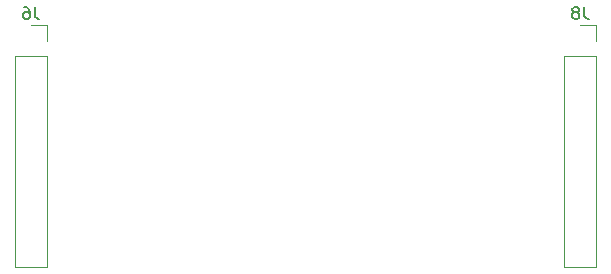
<source format=gbo>
G04 #@! TF.GenerationSoftware,KiCad,Pcbnew,7.0.7-7.0.7~ubuntu22.04.1*
G04 #@! TF.CreationDate,2023-12-10T22:01:40+01:00*
G04 #@! TF.ProjectId,CD40106_VCO,43443430-3130-4365-9f56-434f2e6b6963,rev?*
G04 #@! TF.SameCoordinates,Original*
G04 #@! TF.FileFunction,Legend,Bot*
G04 #@! TF.FilePolarity,Positive*
%FSLAX46Y46*%
G04 Gerber Fmt 4.6, Leading zero omitted, Abs format (unit mm)*
G04 Created by KiCad (PCBNEW 7.0.7-7.0.7~ubuntu22.04.1) date 2023-12-10 22:01:40*
%MOMM*%
%LPD*%
G01*
G04 APERTURE LIST*
%ADD10C,0.150000*%
%ADD11C,0.120000*%
%ADD12R,1.930000X1.830000*%
%ADD13C,2.130000*%
%ADD14C,4.000000*%
%ADD15C,1.800000*%
%ADD16C,3.200000*%
%ADD17C,1.600000*%
%ADD18R,1.600000X1.600000*%
%ADD19O,1.600000X1.600000*%
%ADD20R,1.700000X1.700000*%
%ADD21O,1.700000X1.700000*%
%ADD22C,0.800000*%
%ADD23C,0.600000*%
G04 APERTURE END LIST*
D10*
X157583333Y-73874819D02*
X157583333Y-74589104D01*
X157583333Y-74589104D02*
X157630952Y-74731961D01*
X157630952Y-74731961D02*
X157726190Y-74827200D01*
X157726190Y-74827200D02*
X157869047Y-74874819D01*
X157869047Y-74874819D02*
X157964285Y-74874819D01*
X156964285Y-74303390D02*
X157059523Y-74255771D01*
X157059523Y-74255771D02*
X157107142Y-74208152D01*
X157107142Y-74208152D02*
X157154761Y-74112914D01*
X157154761Y-74112914D02*
X157154761Y-74065295D01*
X157154761Y-74065295D02*
X157107142Y-73970057D01*
X157107142Y-73970057D02*
X157059523Y-73922438D01*
X157059523Y-73922438D02*
X156964285Y-73874819D01*
X156964285Y-73874819D02*
X156773809Y-73874819D01*
X156773809Y-73874819D02*
X156678571Y-73922438D01*
X156678571Y-73922438D02*
X156630952Y-73970057D01*
X156630952Y-73970057D02*
X156583333Y-74065295D01*
X156583333Y-74065295D02*
X156583333Y-74112914D01*
X156583333Y-74112914D02*
X156630952Y-74208152D01*
X156630952Y-74208152D02*
X156678571Y-74255771D01*
X156678571Y-74255771D02*
X156773809Y-74303390D01*
X156773809Y-74303390D02*
X156964285Y-74303390D01*
X156964285Y-74303390D02*
X157059523Y-74351009D01*
X157059523Y-74351009D02*
X157107142Y-74398628D01*
X157107142Y-74398628D02*
X157154761Y-74493866D01*
X157154761Y-74493866D02*
X157154761Y-74684342D01*
X157154761Y-74684342D02*
X157107142Y-74779580D01*
X157107142Y-74779580D02*
X157059523Y-74827200D01*
X157059523Y-74827200D02*
X156964285Y-74874819D01*
X156964285Y-74874819D02*
X156773809Y-74874819D01*
X156773809Y-74874819D02*
X156678571Y-74827200D01*
X156678571Y-74827200D02*
X156630952Y-74779580D01*
X156630952Y-74779580D02*
X156583333Y-74684342D01*
X156583333Y-74684342D02*
X156583333Y-74493866D01*
X156583333Y-74493866D02*
X156630952Y-74398628D01*
X156630952Y-74398628D02*
X156678571Y-74351009D01*
X156678571Y-74351009D02*
X156773809Y-74303390D01*
X111083333Y-73874819D02*
X111083333Y-74589104D01*
X111083333Y-74589104D02*
X111130952Y-74731961D01*
X111130952Y-74731961D02*
X111226190Y-74827200D01*
X111226190Y-74827200D02*
X111369047Y-74874819D01*
X111369047Y-74874819D02*
X111464285Y-74874819D01*
X110178571Y-73874819D02*
X110369047Y-73874819D01*
X110369047Y-73874819D02*
X110464285Y-73922438D01*
X110464285Y-73922438D02*
X110511904Y-73970057D01*
X110511904Y-73970057D02*
X110607142Y-74112914D01*
X110607142Y-74112914D02*
X110654761Y-74303390D01*
X110654761Y-74303390D02*
X110654761Y-74684342D01*
X110654761Y-74684342D02*
X110607142Y-74779580D01*
X110607142Y-74779580D02*
X110559523Y-74827200D01*
X110559523Y-74827200D02*
X110464285Y-74874819D01*
X110464285Y-74874819D02*
X110273809Y-74874819D01*
X110273809Y-74874819D02*
X110178571Y-74827200D01*
X110178571Y-74827200D02*
X110130952Y-74779580D01*
X110130952Y-74779580D02*
X110083333Y-74684342D01*
X110083333Y-74684342D02*
X110083333Y-74446247D01*
X110083333Y-74446247D02*
X110130952Y-74351009D01*
X110130952Y-74351009D02*
X110178571Y-74303390D01*
X110178571Y-74303390D02*
X110273809Y-74255771D01*
X110273809Y-74255771D02*
X110464285Y-74255771D01*
X110464285Y-74255771D02*
X110559523Y-74303390D01*
X110559523Y-74303390D02*
X110607142Y-74351009D01*
X110607142Y-74351009D02*
X110654761Y-74446247D01*
D11*
X158580000Y-95860000D02*
X155920000Y-95860000D01*
X158580000Y-78020000D02*
X158580000Y-95860000D01*
X158580000Y-78020000D02*
X155920000Y-78020000D01*
X158580000Y-76750000D02*
X158580000Y-75420000D01*
X158580000Y-75420000D02*
X157250000Y-75420000D01*
X155920000Y-78020000D02*
X155920000Y-95860000D01*
X112080000Y-95860000D02*
X109420000Y-95860000D01*
X112080000Y-78020000D02*
X112080000Y-95860000D01*
X112080000Y-78020000D02*
X109420000Y-78020000D01*
X112080000Y-76750000D02*
X112080000Y-75420000D01*
X112080000Y-75420000D02*
X110750000Y-75420000D01*
X109420000Y-78020000D02*
X109420000Y-95860000D01*
%LPC*%
D12*
X127500000Y-133250000D03*
D13*
X127500000Y-144650000D03*
X127500000Y-136350000D03*
D14*
X141700000Y-101750000D03*
X150500000Y-101750000D03*
D15*
X143600000Y-108750000D03*
X146100000Y-108750000D03*
X148600000Y-108750000D03*
D16*
X134000000Y-112400000D03*
D17*
X116500000Y-91250000D03*
X121500000Y-91250000D03*
D14*
X141700000Y-81300000D03*
X150500000Y-81300000D03*
D15*
X143600000Y-88300000D03*
X146100000Y-88300000D03*
X148600000Y-88300000D03*
D12*
X153500000Y-133250000D03*
D13*
X153500000Y-144650000D03*
X153500000Y-136350000D03*
D17*
X130000000Y-99250000D03*
X135000000Y-99250000D03*
X133000000Y-85250000D03*
X138000000Y-85250000D03*
D14*
X117500000Y-81300000D03*
X126300000Y-81300000D03*
D15*
X119400000Y-88300000D03*
X121900000Y-88300000D03*
X124400000Y-88300000D03*
D18*
X137800000Y-96050000D03*
D19*
X137800000Y-93510000D03*
X137800000Y-90970000D03*
X137800000Y-88430000D03*
X130180000Y-88430000D03*
X130180000Y-90970000D03*
X130180000Y-93510000D03*
X130180000Y-96050000D03*
D14*
X117500000Y-101750000D03*
X126300000Y-101750000D03*
D15*
X119400000Y-108750000D03*
X121900000Y-108750000D03*
X124400000Y-108750000D03*
D12*
X140500000Y-118500000D03*
D13*
X140500000Y-129900000D03*
X140500000Y-121600000D03*
D12*
X127500000Y-118500000D03*
D13*
X127500000Y-129900000D03*
X127500000Y-121600000D03*
D12*
X140500000Y-133250000D03*
D13*
X140500000Y-144650000D03*
X140500000Y-136350000D03*
D12*
X114500000Y-133250000D03*
D13*
X114500000Y-144650000D03*
X114500000Y-136350000D03*
D12*
X153500000Y-118500000D03*
D13*
X153500000Y-129900000D03*
X153500000Y-121600000D03*
D12*
X114500000Y-118500000D03*
D13*
X114500000Y-129900000D03*
X114500000Y-121600000D03*
D18*
X157250000Y-107630000D03*
D19*
X157250000Y-115250000D03*
D20*
X157250000Y-76750000D03*
D21*
X157250000Y-79290000D03*
X157250000Y-81830000D03*
X157250000Y-84370000D03*
X157250000Y-86910000D03*
X157250000Y-89450000D03*
X157250000Y-91990000D03*
X157250000Y-94530000D03*
D20*
X110750000Y-76750000D03*
D21*
X110750000Y-79290000D03*
X110750000Y-81830000D03*
X110750000Y-84370000D03*
X110750000Y-86910000D03*
X110750000Y-89450000D03*
X110750000Y-91990000D03*
X110750000Y-94530000D03*
D22*
X139400000Y-113800000D03*
D23*
X148600000Y-93600000D03*
D22*
X124800000Y-113400000D03*
X134800000Y-139800000D03*
X123800000Y-113400000D03*
X124800000Y-112500000D03*
X123800000Y-112500000D03*
X155900000Y-119200000D03*
D23*
X149700000Y-123000000D03*
D22*
X134000000Y-140200000D03*
X150200000Y-114300000D03*
X157500000Y-101100000D03*
X155900000Y-118300000D03*
X157500000Y-100000000D03*
X140300000Y-113800000D03*
D23*
X147900000Y-93600000D03*
X149700000Y-123700000D03*
D22*
X140300000Y-112900000D03*
X149600000Y-115200000D03*
X134000000Y-139300000D03*
D23*
X149700000Y-122300000D03*
D22*
X139400000Y-112900000D03*
D23*
X147900000Y-92900000D03*
X148600000Y-92900000D03*
D22*
X133200000Y-139800000D03*
X143900000Y-142700000D03*
X114700000Y-82300000D03*
X115700000Y-84300000D03*
%LPD*%
M02*

</source>
